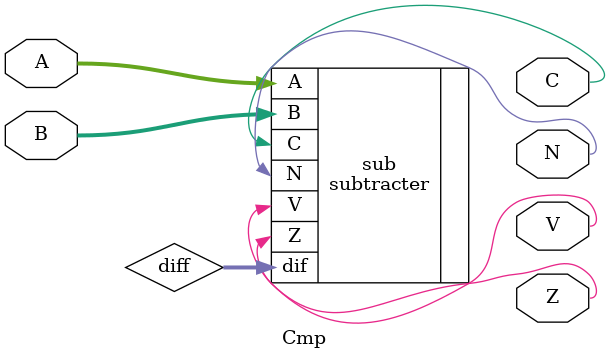
<source format=v>
`timescale 1ns / 1ps
module Cmp(
  input [15:0] A,
  input [15:0] B,
  output Z,
    output N,
    output C,
    output V

);
  
  wire [15:0] diff;

subtracter sub (
    .A(A),
    .B(B),
  .dif(diff),
  .Z(Z),
  .N(N),
  .C(C),
  .V(V)
);

endmodule
</source>
